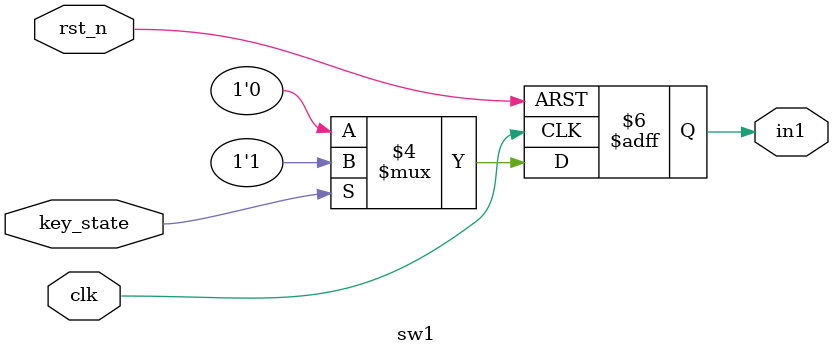
<source format=v>
module sw1(
    input           clk             ,
    input           rst_n           ,
    input           key_state       ,
    output  reg     in1
);

always @(posedge clk or negedge rst_n)begin
    if(!rst_n) in1<=0;
    else if(key_state) in1<=1;
    else in1<=0;
end

endmodule

</source>
